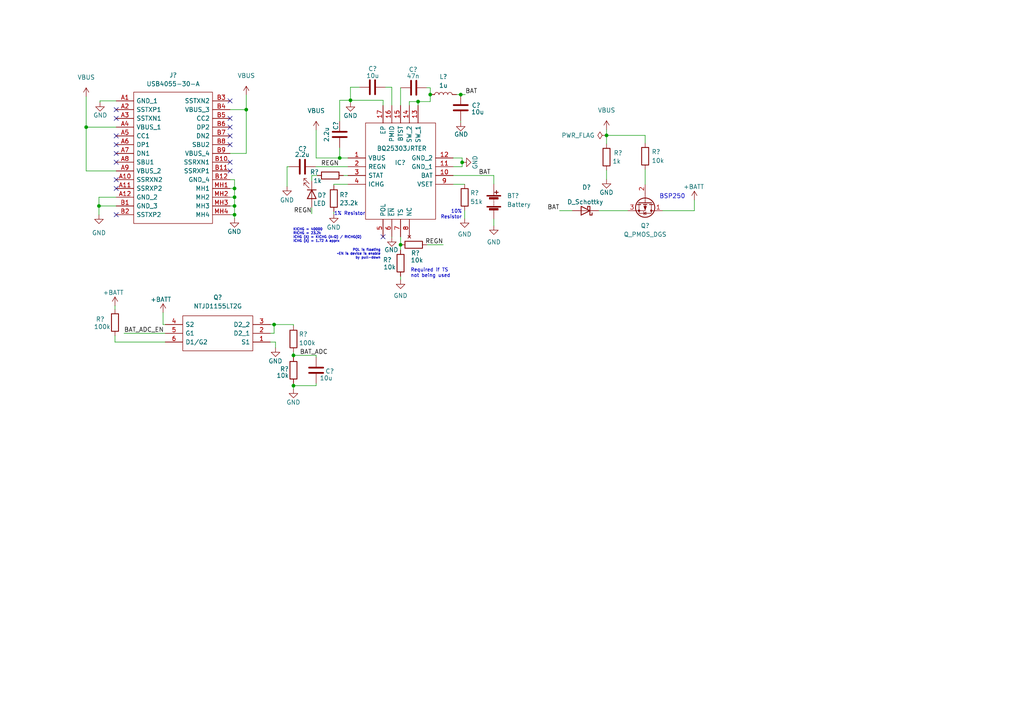
<source format=kicad_sch>
(kicad_sch (version 20211123) (generator eeschema)
  (paper "A4")
  (lib_symbols
    (symbol "Battery Charger:BQ25303JRTER" (pin_names (offset 0.762))
      (property "Reference" "IC" (at 26.67 15.24 0))
      (property "Value" "BQ25303JRTER" (at 26.67 12.7 0))
      (symbol "BQ25303JRTER_0_0"
        (pin passive line (at 0 0 0) (length 5.08) (name "VBUS") (number "1"))
        (pin passive line (at 30.48 -5.08 180) (length 5.08) (name "BAT") (number "10"))
        (pin passive line (at 30.48 -2.54 180) (length 5.08) (name "GND_1") (number "11"))
        (pin passive line (at 30.48 0 180) (length 5.08) (name "GND_2") (number "12"))
        (pin passive line (at 20.32 15.24 270) (length 5.08) (name "SW_1") (number "13"))
        (pin passive line (at 17.78 15.24 270) (length 5.08) (name "SW_2") (number "14"))
        (pin passive line (at 15.24 15.24 270) (length 5.08) (name "BTST") (number "15"))
        (pin passive line (at 12.7 15.24 270) (length 5.08) (name "PMID") (number "16"))
        (pin passive line (at 10.16 15.24 270) (length 5.08) (name "EP") (number "17"))
        (pin passive line (at 0 -2.54 0) (length 5.08) (name "REGN") (number "2"))
        (pin passive line (at 0 -5.08 0) (length 5.08) (name "STAT") (number "3"))
        (pin passive line (at 0 -7.62 0) (length 5.08) (name "ICHG") (number "4"))
        (pin passive line (at 10.16 -22.86 90) (length 5.08) (name "POL") (number "5"))
        (pin passive line (at 12.7 -22.86 90) (length 5.08) (name "~{EN}") (number "6"))
        (pin passive line (at 15.24 -22.86 90) (length 5.08) (name "TS") (number "7"))
        (pin no_connect line (at 17.78 -22.86 90) (length 5.08) (name "NC") (number "8"))
        (pin passive line (at 30.48 -7.62 180) (length 5.08) (name "VSET") (number "9"))
      )
      (symbol "BQ25303JRTER_0_1"
        (polyline (pts (xy 5.08 10.16) (xy 25.4 10.16) (xy 25.4 -17.78) (xy 5.08 -17.78) (xy 5.08 10.16)) (stroke (width 0.1524)))
      )
    )
    (symbol "Device:Battery" (pin_numbers hide) (pin_names (offset 0) hide)
      (property "Reference" "BT" (at 2.54 2.54 0))
      (property "Value" "Battery" (at 2.54 0 0))
      (symbol "Battery_0_1"
        (rectangle (start -2.032 -1.397) (end 2.032 -1.651) (fill (type outline)))
        (rectangle (start -2.032 1.778) (end 2.032 1.524) (fill (type outline)))
        (rectangle (start -1.3208 -1.9812) (end 1.27 -2.4892) (fill (type outline)))
        (rectangle (start -1.3208 1.1938) (end 1.27 0.6858) (fill (type outline)))
        (polyline (pts (xy 0 -1.524) (xy 0 -1.27)))
        (polyline (pts (xy 0 -1.016) (xy 0 -0.762)))
        (polyline (pts (xy 0 -0.508) (xy 0 -0.254)))
        (polyline (pts (xy 0 0) (xy 0 0.254)))
        (polyline (pts (xy 0 0.508) (xy 0 0.762)))
        (polyline (pts (xy 0 1.778) (xy 0 2.54)))
        (polyline (pts (xy 0.254 2.667) (xy 1.27 2.667)) (stroke (width 0.254)))
        (polyline (pts (xy 0.762 3.175) (xy 0.762 2.159)) (stroke (width 0.254)))
      )
      (symbol "Battery_1_1"
        (pin passive line (at 0 5.08 270) (length 2.54) (name "+") (number "1"))
        (pin passive line (at 0 -5.08 90) (length 2.54) (name "-") (number "2"))
      )
    )
    (symbol "Device:C" (pin_numbers hide) (pin_names (offset 0.254))
      (property "Reference" "C" (at 0.635 2.54 0))
      (property "Value" "C" (at 0.635 -2.54 0))
      (symbol "C_0_1"
        (polyline (pts (xy -2.032 -0.762) (xy 2.032 -0.762)) (stroke (width 0.508)))
        (polyline (pts (xy -2.032 0.762) (xy 2.032 0.762)) (stroke (width 0.508)))
      )
      (symbol "C_1_1"
        (pin passive line (at 0 3.81 270) (length 2.794) (name "~") (number "1"))
        (pin passive line (at 0 -3.81 90) (length 2.794) (name "~") (number "2"))
      )
    )
    (symbol "Device:D_Schottky" (pin_numbers hide) (pin_names (offset 1.016) hide)
      (property "Reference" "D" (at 0 2.54 0))
      (property "Value" "D_Schottky" (at 0 -2.54 0))
      (symbol "D_Schottky_0_1"
        (polyline (pts (xy 1.27 0) (xy -1.27 0)))
        (polyline (pts (xy 1.27 1.27) (xy 1.27 -1.27) (xy -1.27 0) (xy 1.27 1.27)) (stroke (width 0.254)))
        (polyline (pts (xy -1.905 0.635) (xy -1.905 1.27) (xy -1.27 1.27) (xy -1.27 -1.27) (xy -0.635 -1.27) (xy -0.635 -0.635)) (stroke (width 0.254)))
      )
      (symbol "D_Schottky_1_1"
        (pin passive line (at -3.81 0 0) (length 2.54) (name "K") (number "1"))
        (pin passive line (at 3.81 0 180) (length 2.54) (name "A") (number "2"))
      )
    )
    (symbol "Device:L" (pin_numbers hide) (pin_names (offset 1.016) hide)
      (property "Reference" "L" (at -1.27 0 90))
      (property "Value" "L" (at 1.905 0 90))
      (symbol "L_0_1"
        (arc (start 0 -2.54) (mid 0.635 -1.905) (end 0 -1.27))
        (arc (start 0 -1.27) (mid 0.635 -0.635) (end 0 0))
        (arc (start 0 0) (mid 0.635 0.635) (end 0 1.27))
        (arc (start 0 1.27) (mid 0.635 1.905) (end 0 2.54))
      )
      (symbol "L_1_1"
        (pin passive line (at 0 3.81 270) (length 1.27) (name "1") (number "1"))
        (pin passive line (at 0 -3.81 90) (length 1.27) (name "2") (number "2"))
      )
    )
    (symbol "Device:LED" (pin_numbers hide) (pin_names (offset 1.016) hide)
      (property "Reference" "D" (at 0 2.54 0))
      (property "Value" "LED" (at 0 -2.54 0))
      (symbol "LED_0_1"
        (polyline (pts (xy -1.27 -1.27) (xy -1.27 1.27)) (stroke (width 0.254)))
        (polyline (pts (xy -1.27 0) (xy 1.27 0)))
        (polyline (pts (xy 1.27 -1.27) (xy 1.27 1.27) (xy -1.27 0) (xy 1.27 -1.27)) (stroke (width 0.254)))
        (polyline (pts (xy -3.048 -0.762) (xy -4.572 -2.286) (xy -3.81 -2.286) (xy -4.572 -2.286) (xy -4.572 -1.524)))
        (polyline (pts (xy -1.778 -0.762) (xy -3.302 -2.286) (xy -2.54 -2.286) (xy -3.302 -2.286) (xy -3.302 -1.524)))
      )
      (symbol "LED_1_1"
        (pin passive line (at -3.81 0 0) (length 2.54) (name "K") (number "1"))
        (pin passive line (at 3.81 0 180) (length 2.54) (name "A") (number "2"))
      )
    )
    (symbol "Device:Q_PMOS_DGS" (pin_names (offset 0) hide)
      (property "Reference" "Q" (at 5.08 1.27 0))
      (property "Value" "Q_PMOS_DGS" (at 5.08 -1.27 0))
      (symbol "Q_PMOS_DGS_0_1"
        (polyline (pts (xy 0.254 0) (xy -2.54 0)))
        (polyline (pts (xy 0.254 1.905) (xy 0.254 -1.905)) (stroke (width 0.254)))
        (polyline (pts (xy 0.762 -1.27) (xy 0.762 -2.286)) (stroke (width 0.254)))
        (polyline (pts (xy 0.762 0.508) (xy 0.762 -0.508)) (stroke (width 0.254)))
        (polyline (pts (xy 0.762 2.286) (xy 0.762 1.27)) (stroke (width 0.254)))
        (polyline (pts (xy 2.54 2.54) (xy 2.54 1.778)))
        (polyline (pts (xy 2.54 -2.54) (xy 2.54 0) (xy 0.762 0)))
        (polyline (pts (xy 0.762 1.778) (xy 3.302 1.778) (xy 3.302 -1.778) (xy 0.762 -1.778)))
        (polyline (pts (xy 2.286 0) (xy 1.27 0.381) (xy 1.27 -0.381) (xy 2.286 0)) (fill (type outline)))
        (polyline (pts (xy 2.794 -0.508) (xy 2.921 -0.381) (xy 3.683 -0.381) (xy 3.81 -0.254)))
        (polyline (pts (xy 3.302 -0.381) (xy 2.921 0.254) (xy 3.683 0.254) (xy 3.302 -0.381)))
        (circle (center 1.651 0) (radius 2.794) (stroke (width 0.254)))
        (circle (center 2.54 -1.778) (radius 0.254) (fill (type outline)))
        (circle (center 2.54 1.778) (radius 0.254) (fill (type outline)))
      )
      (symbol "Q_PMOS_DGS_1_1"
        (pin passive line (at 2.54 5.08 270) (length 2.54) (name "D") (number "1"))
        (pin input line (at -5.08 0 0) (length 2.54) (name "G") (number "2"))
        (pin passive line (at 2.54 -5.08 90) (length 2.54) (name "S") (number "3"))
      )
    )
    (symbol "Device:R" (pin_numbers hide) (pin_names (offset 0))
      (property "Reference" "R" (at 2.032 0 90))
      (property "Value" "R" (at 0 0 90))
      (symbol "R_0_1"
        (rectangle (start -1.016 -2.54) (end 1.016 2.54) (stroke (width 0.254)))
      )
      (symbol "R_1_1"
        (pin passive line (at 0 3.81 270) (length 1.27) (name "~") (number "1"))
        (pin passive line (at 0 -3.81 90) (length 1.27) (name "~") (number "2"))
      )
    )
    (symbol "NTJD1155LT2G:NTJD1155LT2G" (pin_names (offset 0.762))
      (property "Reference" "Q" (at 26.67 7.62 0))
      (property "Value" "NTJD1155LT2G" (at 26.67 5.08 0))
      (symbol "NTJD1155LT2G_0_0"
        (pin passive line (at 0 0 0) (length 5.08) (name "S1") (number "1"))
        (pin passive line (at 0 -2.54 0) (length 5.08) (name "D2_1") (number "2"))
        (pin passive line (at 0 -5.08 0) (length 5.08) (name "D2_2") (number "3"))
        (pin passive line (at 30.48 -5.08 180) (length 5.08) (name "S2") (number "4"))
        (pin passive line (at 30.48 -2.54 180) (length 5.08) (name "G1") (number "5"))
        (pin passive line (at 30.48 0 180) (length 5.08) (name "D1/G2") (number "6"))
      )
      (symbol "NTJD1155LT2G_0_1"
        (polyline (pts (xy 5.08 2.54) (xy 25.4 2.54) (xy 25.4 -7.62) (xy 5.08 -7.62) (xy 5.08 2.54)) (stroke (width 0.1524)))
      )
    )
    (symbol "USB-Type-C:USB4055-30-A" (pin_names (offset 0.762))
      (property "Reference" "J" (at 29.21 7.62 0))
      (property "Value" "USB4055-30-A" (at 29.21 5.08 0))
      (symbol "USB4055-30-A_0_0"
        (pin passive line (at 0 0 0) (length 5.08) (name "GND_1") (number "A1"))
        (pin passive line (at 0 -22.86 0) (length 5.08) (name "SSRXN2") (number "A10"))
        (pin passive line (at 0 -25.4 0) (length 5.08) (name "SSRXP2") (number "A11"))
        (pin passive line (at 0 -27.94 0) (length 5.08) (name "GND_2") (number "A12"))
        (pin passive line (at 0 -2.54 0) (length 5.08) (name "SSTXP1") (number "A2"))
        (pin passive line (at 0 -5.08 0) (length 5.08) (name "SSTXN1") (number "A3"))
        (pin passive line (at 0 -7.62 0) (length 5.08) (name "VBUS_1") (number "A4"))
        (pin passive line (at 0 -10.16 0) (length 5.08) (name "CC1") (number "A5"))
        (pin passive line (at 0 -12.7 0) (length 5.08) (name "DP1") (number "A6"))
        (pin passive line (at 0 -15.24 0) (length 5.08) (name "DN1") (number "A7"))
        (pin passive line (at 0 -17.78 0) (length 5.08) (name "SBU1") (number "A8"))
        (pin passive line (at 0 -20.32 0) (length 5.08) (name "VBUS_2") (number "A9"))
        (pin passive line (at 0 -30.48 0) (length 5.08) (name "GND_3") (number "B1"))
        (pin passive line (at 33.02 -17.78 180) (length 5.08) (name "SSRXN1") (number "B10"))
        (pin passive line (at 33.02 -20.32 180) (length 5.08) (name "SSRXP1") (number "B11"))
        (pin passive line (at 33.02 -22.86 180) (length 5.08) (name "GND_4") (number "B12"))
        (pin passive line (at 0 -33.02 0) (length 5.08) (name "SSTXP2") (number "B2"))
        (pin passive line (at 33.02 0 180) (length 5.08) (name "SSTXN2") (number "B3"))
        (pin passive line (at 33.02 -2.54 180) (length 5.08) (name "VBUS_3") (number "B4"))
        (pin passive line (at 33.02 -5.08 180) (length 5.08) (name "CC2") (number "B5"))
        (pin passive line (at 33.02 -7.62 180) (length 5.08) (name "DP2") (number "B6"))
        (pin passive line (at 33.02 -10.16 180) (length 5.08) (name "DN2") (number "B7"))
        (pin passive line (at 33.02 -12.7 180) (length 5.08) (name "SBU2") (number "B8"))
        (pin passive line (at 33.02 -15.24 180) (length 5.08) (name "VBUS_4") (number "B9"))
        (pin passive line (at 33.02 -25.4 180) (length 5.08) (name "MH1") (number "MH1"))
        (pin passive line (at 33.02 -27.94 180) (length 5.08) (name "MH2") (number "MH2"))
        (pin passive line (at 33.02 -30.48 180) (length 5.08) (name "MH3") (number "MH3"))
        (pin passive line (at 33.02 -33.02 180) (length 5.08) (name "MH4") (number "MH4"))
      )
      (symbol "USB4055-30-A_0_1"
        (polyline (pts (xy 5.08 2.54) (xy 27.94 2.54) (xy 27.94 -35.56) (xy 5.08 -35.56) (xy 5.08 2.54)) (stroke (width 0.1524)))
      )
    )
    (symbol "power:+BATT" (power) (pin_names (offset 0))
      (property "Value" "+BATT" (at 0 3.556 0))
      (symbol "+BATT_0_1"
        (polyline (pts (xy -0.762 1.27) (xy 0 2.54)))
        (polyline (pts (xy 0 0) (xy 0 2.54)))
        (polyline (pts (xy 0 2.54) (xy 0.762 1.27)))
      )
      (symbol "+BATT_1_1"
        (pin power_in line (at 0 0 90) (length 0) hide (name "+BATT") (number "1"))
      )
    )
    (symbol "power:GND" (power) (pin_names (offset 0))
      (property "Value" "GND" (at 0 -3.81 0))
      (symbol "GND_0_1"
        (polyline (pts (xy 0 0) (xy 0 -1.27) (xy 1.27 -1.27) (xy 0 -2.54) (xy -1.27 -1.27) (xy 0 -1.27)))
      )
      (symbol "GND_1_1"
        (pin power_in line (at 0 0 270) (length 0) hide (name "GND") (number "1"))
      )
    )
    (symbol "power:PWR_FLAG" (power) (pin_numbers hide) (pin_names (offset 0) hide)
      (property "Value" "PWR_FLAG" (at 0 3.81 0))
      (symbol "PWR_FLAG_0_0"
        (pin power_out line (at 0 0 90) (length 0) (name "pwr") (number "1"))
      )
      (symbol "PWR_FLAG_0_1"
        (polyline (pts (xy 0 0) (xy 0 1.27) (xy -1.016 1.905) (xy 0 2.54) (xy 1.016 1.905) (xy 0 1.27)))
      )
    )
    (symbol "power:VBUS" (power) (pin_names (offset 0))
      (property "Value" "VBUS" (at 0 3.81 0))
      (symbol "VBUS_0_1"
        (polyline (pts (xy -0.762 1.27) (xy 0 2.54)))
        (polyline (pts (xy 0 0) (xy 0 2.54)))
        (polyline (pts (xy 0 2.54) (xy 0.762 1.27)))
      )
      (symbol "VBUS_1_1"
        (pin power_in line (at 0 0 90) (length 0) hide (name "VBUS") (number "1"))
      )
    )
  )
  (junction (at 24.9936 36.8808))
  (junction (at 116.1796 70.993))
  (junction (at 68.0212 59.7408))
  (junction (at 101.6508 29.083))
  (junction (at 68.0212 57.2008))
  (junction (at 121.2596 29.464))
  (junction (at 85.1154 111.8616))
  (junction (at 28.702 59.7408))
  (junction (at 133.6294 27.432))
  (junction (at 124.7902 27.432))
  (junction (at 98.5266 45.8216))
  (junction (at 175.9204 39.2684))
  (junction (at 68.0212 62.2808))
  (junction (at 71.4248 31.8008))
  (junction (at 134.0358 47.0916))
  (junction (at 85.1154 103.0732))
  (junction (at 79.502 94.1324))
  (junction (at 68.0212 54.6608))
  (no_connect (at 66.7258 47.0408))
  (no_connect (at 66.7258 34.3408))
  (no_connect (at 33.7058 62.2808))
  (no_connect (at 33.7058 54.6608))
  (no_connect (at 33.7058 52.1208))
  (no_connect (at 33.7058 44.5008))
  (no_connect (at 66.7258 36.8808))
  (no_connect (at 33.7058 47.0408))
  (no_connect (at 66.7258 41.9608))
  (no_connect (at 66.7258 39.4208))
  (no_connect (at 66.7258 49.5808))
  (no_connect (at 33.7058 34.3408))
  (no_connect (at 33.7058 41.9608))
  (no_connect (at 111.0996 68.6816))
  (no_connect (at 33.7058 39.4208))
  (no_connect (at 33.7058 31.8008))
  (no_connect (at 66.7258 29.2608))
  (wire (pts (xy 182.0418 61.1124) (xy 173.6344 61.1124)))
  (wire (pts (xy 98.5266 29.083) (xy 101.6508 29.083)))
  (wire (pts (xy 113.6396 25.2984) (xy 111.8362 25.2984)))
  (wire (pts (xy 100.9396 45.8216) (xy 98.5266 45.8216)))
  (wire (pts (xy 66.7258 44.5008) (xy 71.4248 44.5008)))
  (wire (pts (xy 96.8248 53.4416) (xy 96.8248 53.7718)))
  (wire (pts (xy 134.0358 47.0916) (xy 134.0358 48.3616)))
  (wire (pts (xy 85.1154 103.0732) (xy 85.1154 103.5812)))
  (wire (pts (xy 28.702 57.2008) (xy 28.702 59.7408)))
  (wire (pts (xy 90.424 60.1472) (xy 90.424 62.0014)))
  (wire (pts (xy 66.7258 52.1208) (xy 68.0212 52.1208)))
  (wire (pts (xy 201.3966 57.9882) (xy 201.3966 61.1124)))
  (wire (pts (xy 33.3502 88.6714) (xy 33.3502 89.7382)))
  (wire (pts (xy 71.4248 27.5336) (xy 71.4248 31.8008)))
  (wire (pts (xy 66.7258 62.2808) (xy 68.0212 62.2808)))
  (wire (pts (xy 33.7058 49.5808) (xy 24.9936 49.5808)))
  (wire (pts (xy 35.9664 96.6724) (xy 47.9298 96.6724)))
  (wire (pts (xy 113.6396 68.6816) (xy 113.6396 68.9102)))
  (wire (pts (xy 187.1218 41.5036) (xy 187.1218 39.2684)))
  (wire (pts (xy 100.9396 53.4416) (xy 96.8248 53.4416)))
  (wire (pts (xy 111.125 29.083) (xy 101.6508 29.083)))
  (wire (pts (xy 101.6508 29.083) (xy 101.6508 29.7434)))
  (wire (pts (xy 132.4102 27.432) (xy 133.6294 27.432)))
  (wire (pts (xy 131.4196 50.9016) (xy 143.2306 50.9016)))
  (wire (pts (xy 187.1218 39.2684) (xy 175.9204 39.2684)))
  (wire (pts (xy 91.694 103.5812) (xy 91.694 103.0732)))
  (wire (pts (xy 85.1154 111.8616) (xy 85.1154 112.8522)))
  (wire (pts (xy 85.1154 94.1324) (xy 85.1154 94.5134)))
  (wire (pts (xy 96.8248 61.3918) (xy 96.8248 62.0522)))
  (wire (pts (xy 85.1154 103.0732) (xy 91.694 103.0732)))
  (wire (pts (xy 123.7996 70.993) (xy 128.5494 70.993)))
  (wire (pts (xy 79.502 94.1324) (xy 85.1154 94.1324)))
  (wire (pts (xy 68.0212 52.1208) (xy 68.0212 54.6608)))
  (wire (pts (xy 66.7258 57.2008) (xy 68.0212 57.2008)))
  (wire (pts (xy 85.1154 111.8616) (xy 91.694 111.8616)))
  (wire (pts (xy 133.6294 27.432) (xy 134.9502 27.432)))
  (wire (pts (xy 118.7196 29.464) (xy 121.2596 29.464)))
  (wire (pts (xy 101.6508 25.2984) (xy 101.6508 29.083)))
  (wire (pts (xy 91.694 45.8216) (xy 98.5266 45.8216)))
  (wire (pts (xy 98.5266 35.179) (xy 98.5266 29.083)))
  (wire (pts (xy 28.702 59.7408) (xy 33.7058 59.7408)))
  (wire (pts (xy 116.1796 68.6816) (xy 116.1796 70.993)))
  (wire (pts (xy 85.1154 102.1334) (xy 85.1154 103.0732)))
  (wire (pts (xy 91.694 37.719) (xy 91.694 45.8216)))
  (wire (pts (xy 91.694 111.2012) (xy 91.694 111.8616)))
  (wire (pts (xy 192.2018 61.1124) (xy 201.3966 61.1124)))
  (wire (pts (xy 33.3502 97.3582) (xy 33.3502 99.2124)))
  (wire (pts (xy 91.9734 50.9016) (xy 90.424 50.9016)))
  (wire (pts (xy 85.1154 111.2012) (xy 85.1154 111.8616)))
  (wire (pts (xy 166.0144 61.1124) (xy 162.2806 61.1124)))
  (wire (pts (xy 134.0358 45.8216) (xy 134.0358 47.0916)))
  (wire (pts (xy 175.9204 37.5666) (xy 175.9204 39.2684)))
  (wire (pts (xy 47.2948 94.1324) (xy 47.9298 94.1324)))
  (wire (pts (xy 28.702 59.7408) (xy 28.702 62.3316)))
  (wire (pts (xy 187.1218 53.4924) (xy 187.1218 49.1236)))
  (wire (pts (xy 79.502 94.1324) (xy 78.4098 94.1324)))
  (wire (pts (xy 113.6396 30.5816) (xy 113.6396 25.2984)))
  (wire (pts (xy 124.7902 27.432) (xy 124.7902 29.464)))
  (wire (pts (xy 79.502 96.6724) (xy 79.502 94.1324)))
  (wire (pts (xy 66.7258 59.7408) (xy 68.0212 59.7408)))
  (wire (pts (xy 29.0068 29.2608) (xy 29.0068 29.6926)))
  (wire (pts (xy 116.1796 80.137) (xy 116.1796 81.1784)))
  (wire (pts (xy 121.2596 29.464) (xy 124.7902 29.464)))
  (wire (pts (xy 33.7058 29.2608) (xy 29.0068 29.2608)))
  (wire (pts (xy 68.0212 62.2808) (xy 68.0212 63.3984)))
  (wire (pts (xy 123.7996 25.4508) (xy 124.7902 25.4508)))
  (wire (pts (xy 100.9396 48.3616) (xy 91.5162 48.3616)))
  (wire (pts (xy 78.4098 96.6724) (xy 79.502 96.6724)))
  (wire (pts (xy 100.9396 50.9016) (xy 99.5934 50.9016)))
  (wire (pts (xy 118.7196 30.5816) (xy 118.7196 29.464)))
  (wire (pts (xy 131.4196 48.3616) (xy 134.0358 48.3616)))
  (wire (pts (xy 24.9936 28.0162) (xy 24.9936 36.8808)))
  (wire (pts (xy 78.4098 99.2124) (xy 79.9084 99.2124)))
  (wire (pts (xy 124.7902 25.4508) (xy 124.7902 27.432)))
  (wire (pts (xy 175.9204 39.2684) (xy 175.9204 41.7576)))
  (wire (pts (xy 83.8962 48.3616) (xy 83.2612 48.3616)))
  (wire (pts (xy 71.4248 44.5008) (xy 71.4248 31.8008)))
  (wire (pts (xy 121.2596 29.464) (xy 121.2596 30.5816)))
  (wire (pts (xy 175.9204 49.3776) (xy 175.9204 52.0446)))
  (wire (pts (xy 104.2162 25.2984) (xy 101.6508 25.2984)))
  (wire (pts (xy 143.2306 50.9016) (xy 143.2306 53.3654)))
  (wire (pts (xy 68.0212 59.7408) (xy 68.0212 62.2808)))
  (wire (pts (xy 68.0212 54.6608) (xy 68.0212 57.2008)))
  (wire (pts (xy 131.4196 53.4416) (xy 134.7724 53.4416)))
  (wire (pts (xy 116.1796 25.4508) (xy 116.1796 30.5816)))
  (wire (pts (xy 90.424 50.9016) (xy 90.424 52.5272)))
  (wire (pts (xy 116.1796 70.993) (xy 116.1796 72.517)))
  (wire (pts (xy 66.7258 54.6608) (xy 68.0212 54.6608)))
  (wire (pts (xy 79.9084 99.2124) (xy 79.9084 100.8888)))
  (wire (pts (xy 33.7058 36.8808) (xy 24.9936 36.8808)))
  (wire (pts (xy 83.2612 48.3616) (xy 83.2612 54.102)))
  (wire (pts (xy 111.0996 30.5816) (xy 111.125 29.083)))
  (wire (pts (xy 68.0212 57.2008) (xy 68.0212 59.7408)))
  (wire (pts (xy 98.5266 45.8216) (xy 98.5266 42.799)))
  (wire (pts (xy 33.7058 57.2008) (xy 28.702 57.2008)))
  (wire (pts (xy 143.2306 63.5254) (xy 143.2306 65.4812)))
  (wire (pts (xy 24.9936 49.5808) (xy 24.9936 36.8808)))
  (wire (pts (xy 47.2948 90.6526) (xy 47.2948 94.1324)))
  (wire (pts (xy 131.4196 45.8216) (xy 134.0358 45.8216)))
  (wire (pts (xy 133.6294 35.052) (xy 133.6294 35.433)))
  (wire (pts (xy 134.7724 61.0616) (xy 134.7724 63.4238)))
  (wire (pts (xy 66.7258 31.8008) (xy 71.4248 31.8008)))
  (wire (pts (xy 33.3502 99.2124) (xy 47.9298 99.2124)))
  (text "Required if TS\nnot being used" (at 119.0498 80.645 0) (effects (font (size 1 1)) (justify left bottom)))
  (text "BSP250\n" (at 191.2112 57.8104 0) (effects (font (size 1.27 1.27)) (justify left bottom)))
  (text "10%\nResistor\n" (at 134.0104 63.627 180) (effects (font (size 1 1)) (justify right bottom)))
  (text "POL is floating\n~EN is device is enable\nby pull-down" (at 110.4392 75.2856 0) (effects (font (size 0.7 0.7)) (justify right bottom)))
  (text "1% Resistor\n" (at 105.9688 62.6364 180) (effects (font (size 1 1)) (justify right bottom)))
  (text "KICHG = 40000\nRICHG = 23.2k\nICHG (A) = KICHG (A·Ω) / RICHG(Ω)\nICHG (A) = 1.72 A apprx" (at 84.9884 70.4596 0) (effects (font (size 0.7 0.7)) (justify left bottom)))
  (label "REGN" (at 98.298 48.3616 180))
  (label "REGN" (at 128.5494 70.993 180))
  (label "BAT_ADC_EN" (at 35.9664 96.6724 0))
  (label "BAT" (at 142.3416 50.9016 180))
  (label "BAT_ADC" (at 86.9442 103.0732 0))
  (label "REGN" (at 90.424 62.0014 180))
  (label "BAT" (at 162.2806 61.1124 180))
  (label "BAT" (at 134.9502 27.432 0))
  (symbol (lib_id "Device:R") (at 85.1154 98.3234 0) (unit 1)
    (property "Reference" "R?" (at 86.6648 96.9264 0) (effects (justify left)))
    (property "Value" "100k" (at 86.6648 99.4664 0) (effects (justify left)))
  )
  (symbol (lib_id "Device:LED") (at 90.424 56.3372 270) (unit 1)
    (property "Reference" "D?" (at 92.0496 56.6166 90) (effects (justify left)))
    (property "Value" "LED" (at 90.8558 59.0042 90) (effects (justify left)))
  )
  (symbol (lib_id "power:+BATT") (at 47.2948 90.6526 0) (unit 1)
    (property "Reference" "#PWR?" (effects hide))
    (property "Value" "+BATT" (at 46.6598 86.868 0))
  )
  (symbol (lib_id "Device:R") (at 119.9896 70.993 90) (unit 1)
    (property "Reference" "R?" (at 121.793 73.406 90) (effects (justify left)))
    (property "Value" "10k" (at 122.7582 75.4634 90) (effects (justify left)))
  )
  (symbol (lib_id "Device:R") (at 134.7724 57.2516 0) (unit 1)
    (property "Reference" "R?" (at 136.3726 55.9562 0) (effects (justify left)))
    (property "Value" "51k" (at 136.3726 58.4962 0) (effects (justify left)))
  )
  (symbol (lib_id "power:GND") (at 68.0212 63.3984 0) (unit 1)
    (property "Reference" "#PWR?" (effects hide))
    (property "Value" "GND" (at 67.9704 67.1576 0))
  )
  (symbol (lib_id "power:PWR_FLAG") (at 175.9204 39.2684 90) (unit 1)
    (property "Reference" "#FLG?" (effects hide))
    (property "Value" "PWR_FLAG" (at 172.4914 39.2683 90) (effects (justify left)))
  )
  (symbol (lib_id "Device:R") (at 33.3502 93.5482 0) (unit 1)
    (property "Reference" "R?" (at 27.7876 92.583 0) (effects (justify left)))
    (property "Value" "100k" (at 27.2034 94.7674 0) (effects (justify left)))
  )
  (symbol (lib_id "Battery Charger:BQ25303JRTER") (at 100.9396 45.8216 0) (unit 1)
    (property "Reference" "IC?" (at 116.078 47.1678 0))
    (property "Value" "BQ25303JRTER" (at 116.5352 43.053 0))
    (property "Footprint" "Battery Charger:QFN50P300X300X80-17N-D" (effects hide))
    (property "Datasheet" "https://www.ti.com/lit/ds/symlink/bq25303j.pdf?ts=1614639374775&ref_url=https%253A%252F%252Fwww.ti.com%252Fpower-management%252Fbattery-management%252Fcharger-ics%252Fproducts.html" (effects hide))
    (property "Description" "Battery Management Standalone 1-cell 17-V, 3.0-A battery charger with JEITA battery temperature monitoring 16-WQFN -40 to 85" (effects hide))
    (property "Height" "0.8" (effects hide))
    (property "Manufacturer_Name" "Texas Instruments" (effects hide))
    (property "Manufacturer_Part_Number" "BQ25303JRTER" (effects hide))
    (property "Mouser Part Number" "595-BQ25303JRTER" (effects hide))
    (property "Mouser Price/Stock" "https://www.mouser.co.uk/ProductDetail/Texas-Instruments/BQ25303JRTER?qs=DRkmTr78QARA1C7%2F12q3og%3D%3D" (effects hide))
    (property "Arrow Part Number" "BQ25303JRTER" (effects hide))
    (property "Arrow Price/Stock" "https://www.arrow.com/en/products/bq25303jrter/texas-instruments?region=nac" (effects hide))
  )
  (symbol (lib_id "power:GND") (at 113.6396 68.9102 0) (unit 1)
    (property "Reference" "#PWR?" (effects hide))
    (property "Value" "GND" (at 113.5126 72.4662 0))
  )
  (symbol (lib_id "power:GND") (at 116.1796 81.1784 0) (unit 1)
    (property "Reference" "#PWR?" (effects hide))
    (property "Value" "GND" (at 116.1796 85.7504 0))
  )
  (symbol (lib_id "Device:R") (at 187.1218 45.3136 0) (unit 1)
    (property "Reference" "R?" (at 189.0014 44.0435 0) (effects (justify left)))
    (property "Value" "10k" (at 189.0014 46.5835 0) (effects (justify left)))
  )
  (symbol (lib_id "Device:R") (at 116.1796 76.327 0) (unit 1)
    (property "Reference" "R?" (at 111.0488 75.3872 0) (effects (justify left)))
    (property "Value" "10k" (at 111.1758 77.47 0) (effects (justify left)))
  )
  (symbol (lib_id "power:GND") (at 134.0358 47.0916 90) (unit 1)
    (property "Reference" "#PWR?" (effects hide))
    (property "Value" "GND" (at 137.795 47.0916 0))
  )
  (symbol (lib_id "power:VBUS") (at 71.4248 27.5336 0) (unit 1)
    (property "Reference" "#PWR?" (effects hide))
    (property "Value" "VBUS" (at 71.4248 21.9456 0))
  )
  (symbol (lib_id "Device:R") (at 175.9204 45.5676 0) (unit 1)
    (property "Reference" "R?" (at 177.9778 44.3738 0) (effects (justify left)))
    (property "Value" "1k" (at 177.6222 46.7868 0) (effects (justify left)))
  )
  (symbol (lib_id "Device:C") (at 119.9896 25.4508 90) (unit 1)
    (property "Reference" "C?" (at 121.1326 20.1676 90) (effects (justify left)))
    (property "Value" "47n" (at 121.7168 22.0726 90) (effects (justify left)))
  )
  (symbol (lib_id "power:+BATT") (at 33.3502 88.6714 0) (unit 1)
    (property "Reference" "#PWR?" (effects hide))
    (property "Value" "+BATT" (at 32.8676 84.8614 0))
  )
  (symbol (lib_id "Device:C") (at 91.694 107.3912 0) (unit 1)
    (property "Reference" "C?" (at 94.361 107.6706 0) (effects (justify left)))
    (property "Value" "10u" (at 92.71 109.6518 0) (effects (justify left)))
  )
  (symbol (lib_id "power:GND") (at 79.9084 100.8888 0) (unit 1)
    (property "Reference" "#PWR?" (effects hide))
    (property "Value" "GND" (at 79.883 104.7242 0))
  )
  (symbol (lib_id "power:GND") (at 28.702 62.3316 0) (unit 1)
    (property "Reference" "#PWR?" (effects hide))
    (property "Value" "GND" (at 28.702 67.5386 0))
  )
  (symbol (lib_id "power:VBUS") (at 91.694 37.719 0) (unit 1)
    (property "Reference" "#PWR?" (effects hide))
    (property "Value" "VBUS" (at 91.694 32.131 0))
  )
  (symbol (lib_id "power:VBUS") (at 175.9204 37.5666 0) (unit 1)
    (property "Reference" "#PWR?" (effects hide))
    (property "Value" "VBUS" (at 175.9204 31.9786 0))
  )
  (symbol (lib_id "power:GND") (at 175.9204 52.0446 0) (unit 1)
    (property "Reference" "#PWR?" (effects hide))
    (property "Value" "GND" (at 175.895 55.8292 0))
  )
  (symbol (lib_id "Device:C") (at 108.0262 25.2984 270) (unit 1)
    (property "Reference" "C?" (at 108.077 19.939 90))
    (property "Value" "10u" (at 108.1024 21.971 90))
  )
  (symbol (lib_id "USB-Type-C:USB4055-30-A") (at 33.7058 29.2608 0) (unit 1)
    (property "Reference" "J?" (at 50.2158 21.7932 0))
    (property "Value" "USB4055-30-A" (at 50.2158 24.3332 0))
    (property "Footprint" "USB-Type-C:USB405530A" (effects hide))
    (property "Datasheet" "https://gct.co/files/drawings/usb4055.pdf?v=ba168634-65e4-4217-ab06-9654cc2ef737" (effects hide))
    (property "Description" "USB TYPE C REC, 30\", HORIZONTAL," (effects hide))
    (property "Height" "3.62" (effects hide))
    (property "Manufacturer_Name" "GCT (GLOBAL CONNECTOR TECHNOLOGY)" (effects hide))
    (property "Manufacturer_Part_Number" "USB4055-30-A" (effects hide))
    (property "Mouser Part Number" "640-USB4055-30-A" (effects hide))
    (property "Mouser Price/Stock" "https://www.mouser.co.uk/ProductDetail/GCT/USB4055-30-A?qs=KUoIvG%2F9IlbHuQ2DBk1s1A%3D%3D" (effects hide))
  )
  (symbol (lib_id "Device:R") (at 95.7834 50.9016 90) (unit 1)
    (property "Reference" "R?" (at 91.2114 49.911 90))
    (property "Value" "1k" (at 92.1004 52.4256 90))
  )
  (symbol (lib_id "power:+BATT") (at 201.3966 57.9882 0) (unit 1)
    (property "Reference" "#PWR?" (effects hide))
    (property "Value" "+BATT" (at 201.2188 54.1782 0))
  )
  (symbol (lib_id "Device:C") (at 98.5266 38.989 0) (unit 1)
    (property "Reference" "C?" (at 97.409 37.7444 90) (effects (justify left)))
    (property "Value" "2.2u" (at 94.7166 41.2242 90) (effects (justify left)))
  )
  (symbol (lib_id "power:GND") (at 133.6294 35.433 0) (unit 1)
    (property "Reference" "#PWR?" (effects hide))
    (property "Value" "GND" (at 133.7564 38.9636 0))
  )
  (symbol (lib_id "Device:L") (at 128.6002 27.432 90) (unit 1)
    (property "Reference" "L?" (at 128.6002 22.2504 90))
    (property "Value" "1u" (at 128.6002 24.7904 90))
  )
  (symbol (lib_id "power:GND") (at 134.7724 63.4238 0) (unit 1)
    (property "Reference" "#PWR?" (effects hide))
    (property "Value" "GND" (at 134.7724 67.945 0))
  )
  (symbol (lib_id "power:GND") (at 101.6508 29.7434 0) (unit 1)
    (property "Reference" "#PWR?" (effects hide))
    (property "Value" "GND" (at 101.6508 33.5534 0))
  )
  (symbol (lib_id "Device:C") (at 133.6294 31.242 0) (unit 1)
    (property "Reference" "C?" (at 136.8044 30.5816 0) (effects (justify left)))
    (property "Value" "10u" (at 136.652 32.4866 0) (effects (justify left)))
  )
  (symbol (lib_id "Device:Q_PMOS_DGS") (at 187.1218 58.5724 270) (unit 1)
    (property "Reference" "Q?" (at 187.1218 65.4558 90))
    (property "Value" "Q_PMOS_DGS" (at 187.1218 67.9958 90))
    (property "Footprint" "Package_TO_SOT_SMD:SOT-223-3_TabPin2" (effects hide))
  )
  (symbol (lib_id "power:GND") (at 85.1154 112.8522 0) (unit 1)
    (property "Reference" "#PWR?" (effects hide))
    (property "Value" "GND" (at 85.09 116.6876 0))
  )
  (symbol (lib_id "power:GND") (at 143.2306 65.4812 0) (unit 1)
    (property "Reference" "#PWR?" (effects hide))
    (property "Value" "GND" (at 143.2306 70.2056 0))
  )
  (symbol (lib_id "Device:C") (at 87.7062 48.3616 90) (unit 1)
    (property "Reference" "C?" (at 87.7316 43.18 90))
    (property "Value" "2.2u" (at 87.6554 44.831 90))
  )
  (symbol (lib_id "Device:D_Schottky") (at 169.8244 61.1124 180) (unit 1)
    (property "Reference" "D?" (at 170.1419 54.3306 0))
    (property "Value" "D_Schottky" (at 169.7482 58.5724 0))
  )
  (symbol (lib_id "NTJD1155LT2G:NTJD1155LT2G") (at 78.4098 99.2124 180) (unit 1)
    (property "Reference" "Q?" (at 63.1698 86.2584 0))
    (property "Value" "NTJD1155LT2G" (at 63.1698 88.7984 0))
    (property "Footprint" "SOT65P210X110-6N" (effects hide))
    (property "Datasheet" "https://www.mouser.com/datasheet/2/308/NTJD1155L-D-1814211.pdf" (effects hide))
    (property "Description" "MOSFET NFET SC88 8V 1.3A 175mOhm MOSFET  Power, P-Channel, High Side Load Switch with Level-Shift, SC-88 8 V, 1.3 A" (effects hide))
    (property "Height" "1.1" (effects hide))
    (property "Manufacturer_Name" "onsemi" (effects hide))
    (property "Manufacturer_Part_Number" "NTJD1155LT2G" (effects hide))
    (property "Mouser Part Number" "863-NTJD1155LT2G" (effects hide))
    (property "Mouser Price/Stock" "https://www.mouser.co.uk/ProductDetail/onsemi/NTJD1155LT2G?qs=%252B6g0mu59x7IswRiypHbVIg%3D%3D" (effects hide))
    (property "Arrow Part Number" "NTJD1155LT2G" (effects hide))
    (property "Arrow Price/Stock" "https://www.arrow.com/en/products/ntjd1155lt2g/on-semiconductor?region=nac" (effects hide))
  )
  (symbol (lib_id "Device:R") (at 85.1154 107.3912 0) (unit 1)
    (property "Reference" "R?" (at 81.2292 107.0356 0) (effects (justify left)))
    (property "Value" "10k" (at 80.1624 108.9152 0) (effects (justify left)))
  )
  (symbol (lib_id "power:GND") (at 96.8248 62.0522 0) (unit 1)
    (property "Reference" "#PWR?" (effects hide))
    (property "Value" "GND" (at 96.774 65.9384 0))
  )
  (symbol (lib_id "power:VBUS") (at 24.9936 28.0162 0) (unit 1)
    (property "Reference" "#PWR?" (effects hide))
    (property "Value" "VBUS" (at 24.9936 22.4282 0))
  )
  (symbol (lib_id "Device:R") (at 96.8248 57.5818 0) (unit 1)
    (property "Reference" "R?" (at 98.4504 56.515 0) (effects (justify left)))
    (property "Value" "23.2k" (at 98.4504 58.8772 0) (effects (justify left)))
  )
  (symbol (lib_id "power:GND") (at 29.0068 29.6926 0) (unit 1)
    (property "Reference" "#PWR?" (effects hide))
    (property "Value" "GND" (at 29.083 33.4264 0))
  )
  (symbol (lib_id "power:GND") (at 83.2612 54.102 0) (unit 1)
    (property "Reference" "#PWR?" (effects hide))
    (property "Value" "GND" (at 83.2358 58.039 0))
  )
  (symbol (lib_id "Device:Battery") (at 143.2306 58.4454 0) (unit 1)
    (property "Reference" "BT?" (at 147.0406 56.7943 0) (effects (justify left)))
    (property "Value" "Battery" (at 147.0406 59.3343 0) (effects (justify left)))
  )
)
</source>
